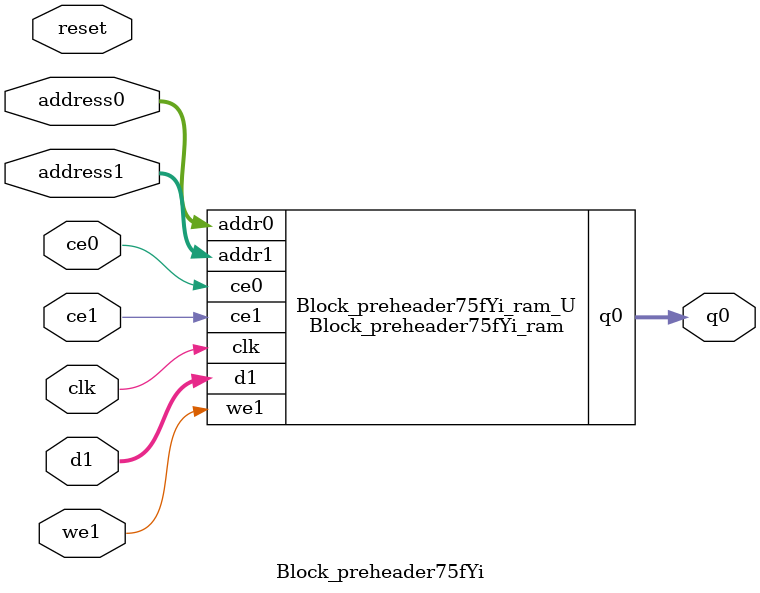
<source format=v>
`timescale 1 ns / 1 ps
module Block_preheader75fYi_ram (addr0, ce0, q0, addr1, ce1, d1, we1,  clk);

parameter DWIDTH = 8;
parameter AWIDTH = 9;
parameter MEM_SIZE = 322;

input[AWIDTH-1:0] addr0;
input ce0;
output reg[DWIDTH-1:0] q0;
input[AWIDTH-1:0] addr1;
input ce1;
input[DWIDTH-1:0] d1;
input we1;
input clk;

(* ram_style = "block" *)reg [DWIDTH-1:0] ram[0:MEM_SIZE-1];




always @(posedge clk)  
begin 
    if (ce0) begin
        q0 <= ram[addr0];
    end
end


always @(posedge clk)  
begin 
    if (ce1) begin
        if (we1) 
            ram[addr1] <= d1; 
    end
end


endmodule

`timescale 1 ns / 1 ps
module Block_preheader75fYi(
    reset,
    clk,
    address0,
    ce0,
    q0,
    address1,
    ce1,
    we1,
    d1);

parameter DataWidth = 32'd8;
parameter AddressRange = 32'd322;
parameter AddressWidth = 32'd9;
input reset;
input clk;
input[AddressWidth - 1:0] address0;
input ce0;
output[DataWidth - 1:0] q0;
input[AddressWidth - 1:0] address1;
input ce1;
input we1;
input[DataWidth - 1:0] d1;



Block_preheader75fYi_ram Block_preheader75fYi_ram_U(
    .clk( clk ),
    .addr0( address0 ),
    .ce0( ce0 ),
    .q0( q0 ),
    .addr1( address1 ),
    .ce1( ce1 ),
    .we1( we1 ),
    .d1( d1 ));

endmodule


</source>
